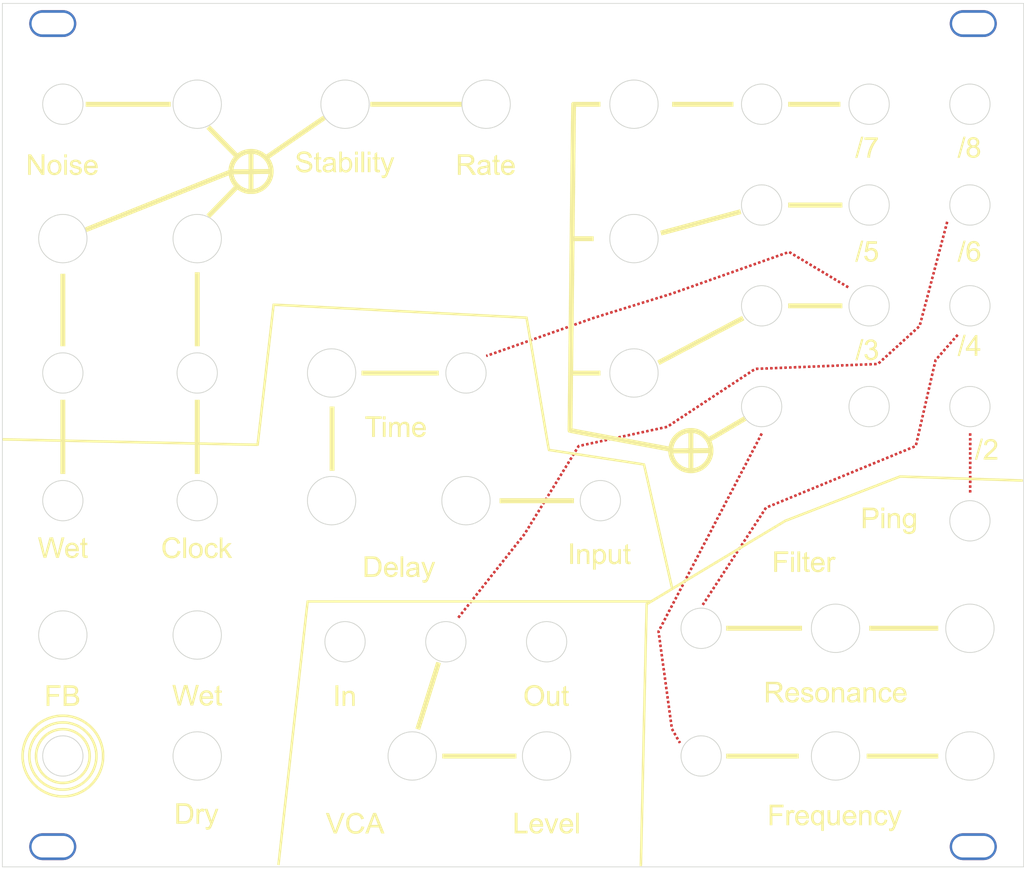
<source format=kicad_pcb>
(kicad_pcb (version 20211014) (generator pcbnew)
  (title_block (title "Ouroboros Front Panel") (date "2022-10-25") (rev "r01") (comment 2 "creativecommons.org/licenses/by/4.0") (comment 3 "License: CC BY 4.0") (comment 4 "Author: Guy John"))
  (layers (0 "F.Cu" signal) (31 "B.Cu" signal) (36 "B.SilkS" user "B.Silkscreen") (37 "F.SilkS" user "F.Silkscreen") (38 "B.Mask" user) (39 "F.Mask" user) (44 "Edge.Cuts" user))
  (net 0 "")
  (footprint "ouroboros-graphics:ouroboros-kicad-front-panel" (layer "F.Cu") (at 239 131)
    (fp_text reference "Ref**" hide)
    (fp_text value "Val**" hide)
    (fp_line (start 76 64.5) (end -76 64.5) (layer "Edge.Cuts") (width 0.1))
    (fp_line (start 76 -64) (end 76 64.5) (layer "Edge.Cuts") (width 0.1))
    (fp_line (start -76 -64) (end 76 -64) (layer "Edge.Cuts") (width 0.1))
    (fp_line (start -76 64.5) (end -76 -64) (layer "Edge.Cuts") (width 0.1))
    (fp_circle (center 37 -49) (end 40 -49) (layer "Edge.Cuts") (width 0.12) (fill none))
    (fp_circle (center -25 31) (end -22 31) (layer "Edge.Cuts") (width 0.12) (fill none))
    (fp_circle (center 37 -34) (end 40 -34) (layer "Edge.Cuts") (width 0.12) (fill none))
    (fp_circle (center -47 10) (end -44 10) (layer "Edge.Cuts") (width 0.12) (fill none))
    (fp_circle (center 68 -19) (end 71 -19) (layer "Edge.Cuts") (width 0.12) (fill none))
    (fp_circle (center 28 29) (end 31 29) (layer "Edge.Cuts") (width 0.12) (fill none))
    (fp_circle (center 18 -49) (end 21.6 -49) (layer "Edge.Cuts") (width 0.12) (fill none))
    (fp_circle (center 68 -49) (end 71 -49) (layer "Edge.Cuts") (width 0.12) (fill none))
    (fp_circle (center 5 48) (end 8.6 48) (layer "Edge.Cuts") (width 0.12) (fill none))
    (fp_circle (center 28 48) (end 31 48) (layer "Edge.Cuts") (width 0.12) (fill none))
    (fp_circle (center 53 -49) (end 56 -49) (layer "Edge.Cuts") (width 0.12) (fill none))
    (fp_circle (center -47 48) (end -43.4 48) (layer "Edge.Cuts") (width 0.12) (fill none))
    (fp_circle (center 48 48) (end 51.6 48) (layer "Edge.Cuts") (width 0.12) (fill none))
    (fp_circle (center 48 29) (end 51.6 29) (layer "Edge.Cuts") (width 0.12) (fill none))
    (fp_circle (center -10 31) (end -7 31) (layer "Edge.Cuts") (width 0.12) (fill none))
    (fp_circle (center -27 -9) (end -23.4 -9) (layer "Edge.Cuts") (width 0.12) (fill none))
    (fp_circle (center -47 30) (end -43.4 30) (layer "Edge.Cuts") (width 0.12) (fill none))
    (fp_circle (center -4 -49) (end -0.4 -49) (layer "Edge.Cuts") (width 0.12) (fill none))
    (fp_circle (center 68 -34) (end 71 -34) (layer "Edge.Cuts") (width 0.12) (fill none))
    (fp_circle (center -47 -49) (end -43.4 -49) (layer "Edge.Cuts") (width 0.12) (fill none))
    (fp_circle (center 68 -4) (end 71 -4) (layer "Edge.Cuts") (width 0.12) (fill none))
    (fp_circle (center -67 -9) (end -64 -9) (layer "Edge.Cuts") (width 0.12) (fill none))
    (fp_circle (center -15 48) (end -11.4 48) (layer "Edge.Cuts") (width 0.12) (fill none))
    (fp_circle (center 37 -4) (end 40 -4) (layer "Edge.Cuts") (width 0.12) (fill none))
    (fp_circle (center 53 -4) (end 56 -4) (layer "Edge.Cuts") (width 0.12) (fill none))
    (fp_circle (center -47 -9) (end -44 -9) (layer "Edge.Cuts") (width 0.12) (fill none))
    (fp_circle (center -27 10) (end -23.4 10) (layer "Edge.Cuts") (width 0.12) (fill none))
    (fp_circle (center 37 -19) (end 40 -19) (layer "Edge.Cuts") (width 0.12) (fill none))
    (fp_circle (center -67 48) (end -64 48) (layer "Edge.Cuts") (width 0.12) (fill none))
    (fp_circle (center 5 31) (end 8 31) (layer "Edge.Cuts") (width 0.12) (fill none))
    (fp_circle (center 18 -29) (end 21.6 -29) (layer "Edge.Cuts") (width 0.12) (fill none))
    (fp_circle (center -47 -29) (end -43.4 -29) (layer "Edge.Cuts") (width 0.12) (fill none))
    (fp_circle (center 68 29) (end 71.6 29) (layer "Edge.Cuts") (width 0.12) (fill none))
    (fp_circle (center -67 -29) (end -63.4 -29) (layer "Edge.Cuts") (width 0.12) (fill none))
    (fp_circle (center 68 48) (end 71.6 48) (layer "Edge.Cuts") (width 0.12) (fill none))
    (fp_circle (center 18 -9) (end 21.6 -9) (layer "Edge.Cuts") (width 0.12) (fill none))
    (fp_circle (center -25 -49) (end -21.4 -49) (layer "Edge.Cuts") (width 0.12) (fill none))
    (fp_circle (center -7 10) (end -3.4 10) (layer "Edge.Cuts") (width 0.12) (fill none))
    (fp_circle (center -67 -49) (end -64 -49) (layer "Edge.Cuts") (width 0.12) (fill none))
    (fp_circle (center 13 10) (end 16 10) (layer "Edge.Cuts") (width 0.12) (fill none))
    (fp_circle (center 53 -34) (end 56 -34) (layer "Edge.Cuts") (width 0.12) (fill none))
    (fp_circle (center 53 -19) (end 56 -19) (layer "Edge.Cuts") (width 0.12) (fill none))
    (fp_circle (center -67 30) (end -63.4 30) (layer "Edge.Cuts") (width 0.12) (fill none))
    (fp_circle (center -7 -9) (end -4 -9) (layer "Edge.Cuts") (width 0.12) (fill none))
    (fp_circle (center 68 13) (end 71 13) (layer "Edge.Cuts") (width 0.12) (fill none))
    (fp_circle (center -67 10) (end -64 10) (layer "Edge.Cuts") (width 0.12) (fill none))
  )
)
</source>
